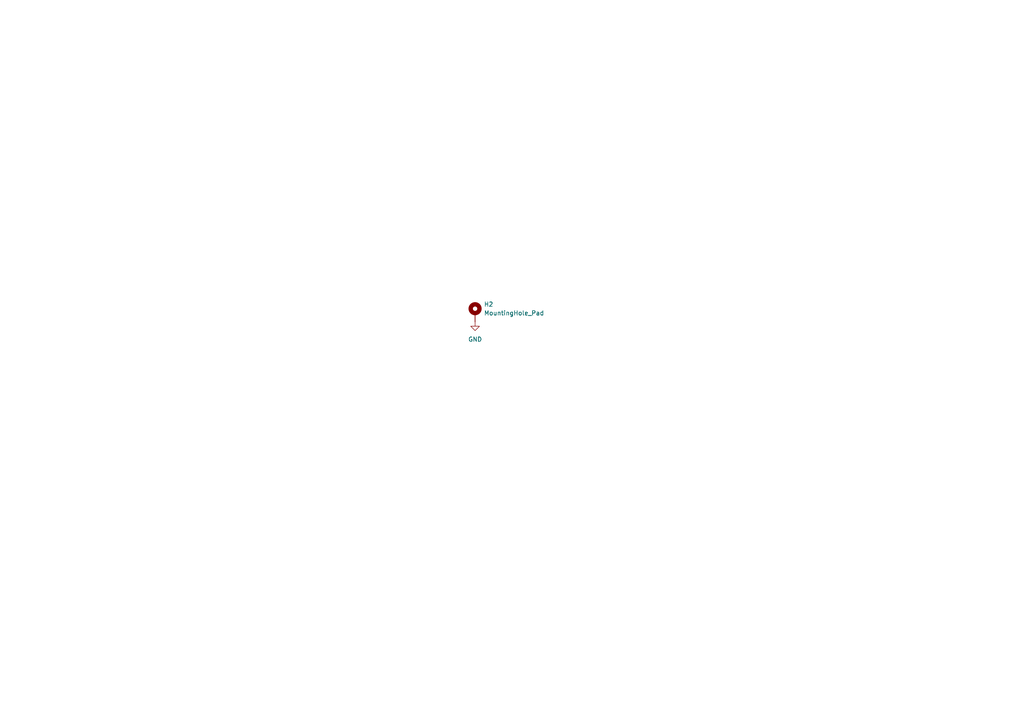
<source format=kicad_sch>
(kicad_sch (version 20230121) (generator eeschema)
  (paper "A4")
  (lib_symbols
    (symbol "Mechanical:MountingHole_Pad" (pin_numbers hide) (pin_names (offset 1.016) hide)
      (property "Reference" "H" (at 0 6.35 0))
      (property "Value" "MountingHole_Pad" (at 0 4.445 0))
      (symbol "MountingHole_Pad_0_1"
        (circle (center 0 1.27) (radius 1.27) (stroke (width 1.27)))
      )
      (symbol "MountingHole_Pad_1_1"
        (pin input line (at 0 -2.54 90) (length 2.54) (name "1") (number "1"))
      )
    )
    (symbol "power:GND" (power) (pin_names (offset 0))
      (property "Value" "GND" (at 0 -3.81 0))
      (symbol "GND_0_1"
        (polyline (pts (xy 0 0) (xy 0 -1.27) (xy 1.27 -1.27) (xy 0 -2.54) (xy -1.27 -1.27) (xy 0 -1.27)))
      )
      (symbol "GND_1_1"
        (pin power_in line (at 0 0 270) (length 0) hide (name "GND") (number "1"))
      )
    )
  )
  (symbol (lib_id "Mechanical:MountingHole_Pad") (at 137.795 90.805 0) (unit 1)
    (property "Reference" "H2" (at 140.335 88.265 0) (effects (justify left)))
    (property "Value" "MountingHole_Pad" (at 140.335 90.805 0) (effects (justify left)))
    (property "Footprint" "MountingHole:MountingHole_3.2mm_M3_Pad_TopOnly" (effects hide))
  )
  (symbol (lib_id "power:GND") (at 137.795 93.345 0) (unit 1)
    (property "Reference" "#PWR01" (effects hide))
    (property "Value" "GND" (at 137.795 98.425 0))
  )
)
</source>
